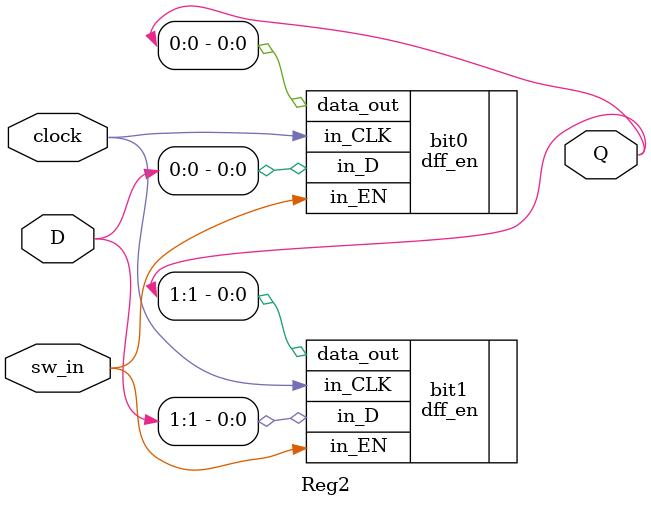
<source format=v>
`timescale 1ns / 1ps

module Reg2(
	input [1:0] D, //D signifies the data input
	input sw_in,
	input clock,
	output [1:0] Q //Q signifies the data output
);

dff_en bit1 (
	.data_out( Q[1] ),
	.in_D( D[1] ),
	.in_CLK( clock ),
	.in_EN( sw_in )
);

dff_en bit0 (
	.data_out( Q[0] ),
	.in_D( D[0] ),
	.in_CLK( clock ),
	.in_EN( sw_in )
);

endmodule

</source>
